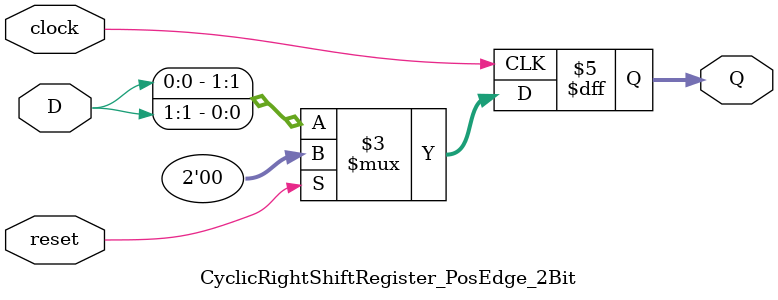
<source format=v>
module CyclicRightShiftRegister_PosEdge_2Bit (clock, reset, D, Q);
    input clock;
    input reset;
    input [1:0] D;
    output reg [1:0] Q;

    always @(posedge clock)
    begin
        if (reset)
            Q <= 2'b00;
        else
            Q <= {D[0], D[1:1]};        
    end
endmodule

</source>
